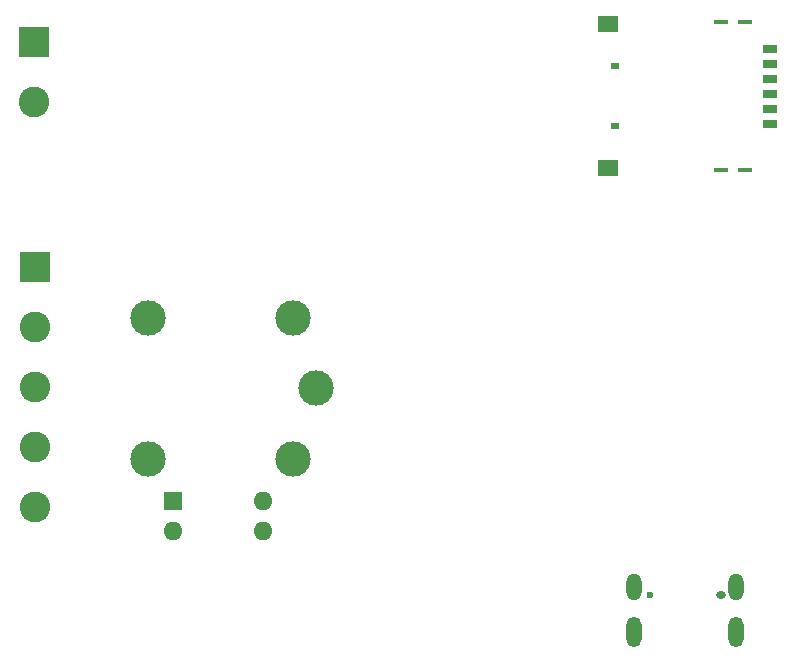
<source format=gbr>
%TF.GenerationSoftware,KiCad,Pcbnew,(7.0.0)*%
%TF.CreationDate,2023-06-28T18:16:18+03:00*%
%TF.ProjectId,GeoLock,47656f4c-6f63-46b2-9e6b-696361645f70,rev?*%
%TF.SameCoordinates,Original*%
%TF.FileFunction,Soldermask,Bot*%
%TF.FilePolarity,Negative*%
%FSLAX46Y46*%
G04 Gerber Fmt 4.6, Leading zero omitted, Abs format (unit mm)*
G04 Created by KiCad (PCBNEW (7.0.0)) date 2023-06-28 18:16:18*
%MOMM*%
%LPD*%
G01*
G04 APERTURE LIST*
%ADD10C,3.000000*%
%ADD11R,2.600000X2.600000*%
%ADD12C,2.600000*%
%ADD13R,1.600000X1.600000*%
%ADD14O,1.600000X1.600000*%
%ADD15C,0.600000*%
%ADD16O,0.850000X0.600000*%
%ADD17O,1.300000X2.300000*%
%ADD18O,1.300000X2.600000*%
%ADD19R,1.150000X0.650000*%
%ADD20R,1.300000X0.450000*%
%ADD21R,1.700000X1.400000*%
%ADD22R,0.800000X0.540000*%
G04 APERTURE END LIST*
D10*
%TO.C,K301*%
X128761400Y-99873400D03*
X114561400Y-105873400D03*
X114561400Y-93873400D03*
X126761400Y-93873400D03*
X126761400Y-105873400D03*
%TD*%
D11*
%TO.C,J101*%
X104896399Y-70537799D03*
D12*
X104896400Y-75617800D03*
%TD*%
D11*
%TO.C,J102*%
X104948599Y-89561799D03*
D12*
X104948600Y-94641800D03*
X104948600Y-99721800D03*
X104948600Y-104801800D03*
X104948600Y-109881800D03*
%TD*%
D13*
%TO.C,U301*%
X116655599Y-109393399D03*
D14*
X116655599Y-111933399D03*
X124275599Y-111933399D03*
X124275599Y-109393399D03*
%TD*%
D15*
%TO.C,J103*%
X157027400Y-117385400D03*
D16*
X163027399Y-117385399D03*
D17*
X155707399Y-116660399D03*
D18*
X155707399Y-120485399D03*
D17*
X164347399Y-116660399D03*
D18*
X164347399Y-120485399D03*
%TD*%
D19*
%TO.C,J401*%
X167208399Y-72389399D03*
X167208399Y-74929399D03*
X167208399Y-77469399D03*
X167208399Y-71119399D03*
X167208399Y-73659399D03*
X167208399Y-76199399D03*
D20*
X163038399Y-81414399D03*
X165038399Y-81414399D03*
D21*
X153478399Y-81249399D03*
D22*
X154058399Y-77679399D03*
X154058399Y-72599399D03*
D21*
X153478399Y-69039399D03*
D20*
X163038399Y-68874399D03*
X165038399Y-68874399D03*
%TD*%
M02*

</source>
